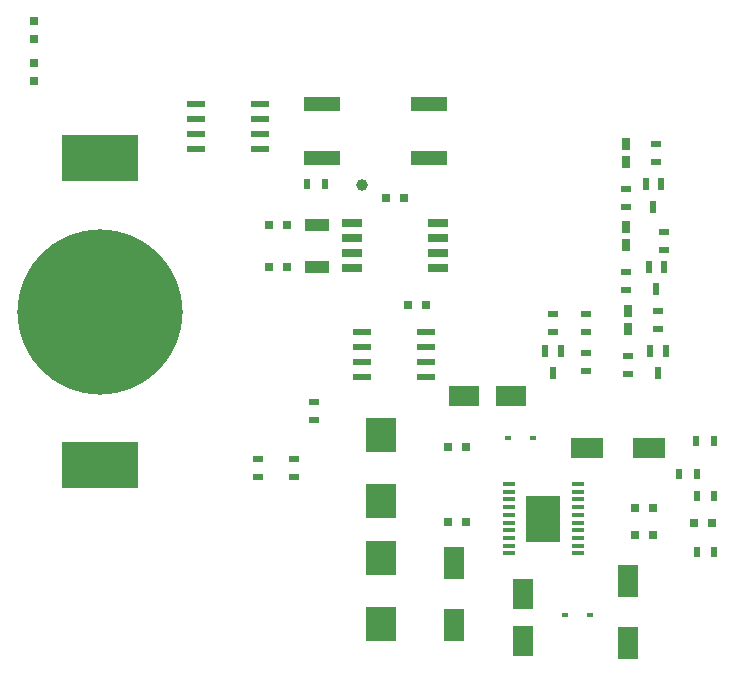
<source format=gbr>
G04 #@! TF.FileFunction,Paste,Top*
%FSLAX46Y46*%
G04 Gerber Fmt 4.6, Leading zero omitted, Abs format (unit mm)*
G04 Created by KiCad (PCBNEW 4.0.2+dfsg1-stable) date mer 24 ott 2018 10:21:22 CEST*
%MOMM*%
G01*
G04 APERTURE LIST*
%ADD10C,0.100000*%
%ADD11R,2.000000X1.100000*%
%ADD12R,1.000000X0.400000*%
%ADD13R,3.000000X4.000000*%
%ADD14R,0.500000X0.900000*%
%ADD15R,0.900000X0.500000*%
%ADD16R,0.599440X1.000760*%
%ADD17C,1.000000*%
%ADD18R,2.500000X3.000000*%
%ADD19R,0.590000X0.450000*%
%ADD20R,1.800860X2.499360*%
%ADD21R,2.499360X1.800860*%
%ADD22R,0.797560X1.000000*%
%ADD23R,1.800860X2.750820*%
%ADD24R,0.800000X0.750000*%
%ADD25R,2.750820X1.800860*%
%ADD26R,0.750000X0.800000*%
%ADD27R,6.500000X4.000000*%
%ADD28C,14.000000*%
%ADD29R,1.700000X0.650000*%
%ADD30R,1.550000X0.600000*%
%ADD31R,3.100000X1.300000*%
G04 APERTURE END LIST*
D10*
D11*
X135458200Y-69141400D03*
X135458200Y-72641400D03*
D12*
X151714000Y-91055000D03*
X151714000Y-91705000D03*
X151714000Y-92355000D03*
X151714000Y-93005000D03*
X151714000Y-93655000D03*
X151714000Y-94305000D03*
X151714000Y-94955000D03*
X151714000Y-95605000D03*
X151714000Y-96255000D03*
X151714000Y-96905000D03*
X157514000Y-96905000D03*
X157514000Y-96255000D03*
X157514000Y-95605000D03*
X157514000Y-94955000D03*
X157514000Y-94305000D03*
X157514000Y-93655000D03*
X157514000Y-93005000D03*
X157514000Y-92355000D03*
X157514000Y-91705000D03*
X157514000Y-91055000D03*
D13*
X154614000Y-93980000D03*
D14*
X169096120Y-96768920D03*
X167596120Y-96768920D03*
X167596120Y-92069920D03*
X169096120Y-92069920D03*
X167570720Y-87416640D03*
X169070720Y-87416640D03*
X166100060Y-90200480D03*
X167600060Y-90200480D03*
D15*
X161645480Y-74592880D03*
X161645480Y-73092880D03*
X135196580Y-85608860D03*
X135196580Y-84108860D03*
X164797740Y-71232460D03*
X164797740Y-69732460D03*
X133532000Y-90412000D03*
X133532000Y-88912000D03*
X130484000Y-90412000D03*
X130484000Y-88912000D03*
X161772480Y-81704880D03*
X161772480Y-80204880D03*
X164312480Y-77894880D03*
X164312480Y-76394880D03*
X161645480Y-67607880D03*
X161645480Y-66107880D03*
X158216480Y-76648880D03*
X158216480Y-78148880D03*
X158216480Y-81450880D03*
X158216480Y-79950880D03*
X164185480Y-63797880D03*
X164185480Y-62297880D03*
X155422480Y-78148880D03*
X155422480Y-76648880D03*
D14*
X134593900Y-65620900D03*
X136093900Y-65620900D03*
D16*
X163535240Y-72638920D03*
X164835720Y-72638920D03*
X164185480Y-74538840D03*
X163662240Y-79750920D03*
X164962720Y-79750920D03*
X164312480Y-81650840D03*
X163281240Y-65653920D03*
X164581720Y-65653920D03*
X163931480Y-67553840D03*
X154772240Y-79750920D03*
X156072720Y-79750920D03*
X155422480Y-81650840D03*
D17*
X139280900Y-65747900D03*
D18*
X140898000Y-102876000D03*
X140898000Y-97276000D03*
X140898000Y-92462000D03*
X140898000Y-86862000D03*
D19*
X158535000Y-102108000D03*
X156425000Y-102108000D03*
D20*
X152908000Y-100363020D03*
X152908000Y-104360980D03*
D21*
X147861020Y-83566000D03*
X151858980Y-83566000D03*
D19*
X153709000Y-87122000D03*
X151599000Y-87122000D03*
D22*
X161645480Y-70782180D03*
X161645480Y-69283580D03*
X161772480Y-77894180D03*
X161772480Y-76395580D03*
X161645480Y-63797180D03*
X161645480Y-62298580D03*
D23*
X147066000Y-102953820D03*
X147066000Y-97706180D03*
D24*
X146570000Y-94234000D03*
X148070000Y-94234000D03*
X167406120Y-94355920D03*
X168906120Y-94355920D03*
X162389120Y-93085920D03*
X163889120Y-93085920D03*
X162389120Y-95371920D03*
X163889120Y-95371920D03*
X148070000Y-87884000D03*
X146570000Y-87884000D03*
D25*
X163588700Y-88016080D03*
X158341060Y-88016080D03*
D23*
X161798000Y-104477820D03*
X161798000Y-99230180D03*
D24*
X144691800Y-75918060D03*
X143191800Y-75918060D03*
D26*
X111506000Y-53328000D03*
X111506000Y-51828000D03*
D24*
X141312200Y-66827400D03*
X142812200Y-66827400D03*
X132906200Y-72669400D03*
X131406200Y-72669400D03*
X132906200Y-69113400D03*
X131406200Y-69113400D03*
D26*
X111506000Y-55384000D03*
X111506000Y-56884000D03*
D27*
X117094000Y-63454000D03*
X117094000Y-89454000D03*
D28*
X117094000Y-76454000D03*
D29*
X138412200Y-68986400D03*
X138412200Y-70256400D03*
X138412200Y-71526400D03*
X138412200Y-72796400D03*
X145712200Y-72796400D03*
X145712200Y-71526400D03*
X145712200Y-70256400D03*
X145712200Y-68986400D03*
D30*
X130644880Y-62697360D03*
X130644880Y-61427360D03*
X130644880Y-60157360D03*
X130644880Y-58887360D03*
X125244880Y-58887360D03*
X125244880Y-60157360D03*
X125244880Y-61427360D03*
X125244880Y-62697360D03*
X139275840Y-78140560D03*
X139275840Y-79410560D03*
X139275840Y-80680560D03*
X139275840Y-81950560D03*
X144675840Y-81950560D03*
X144675840Y-80680560D03*
X144675840Y-79410560D03*
X144675840Y-78140560D03*
D31*
X144900160Y-58910220D03*
X144900160Y-63410220D03*
X135900160Y-63410220D03*
X135900160Y-58910220D03*
M02*

</source>
